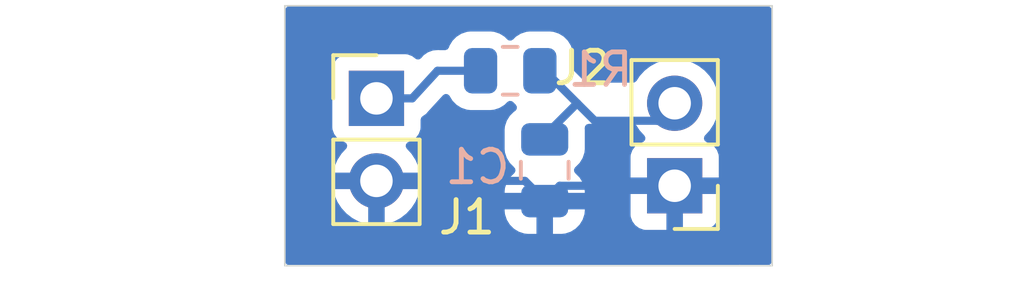
<source format=kicad_pcb>
(kicad_pcb (version 20240108) (generator "pcbnew") (generator_version "8.0")
  (layers (0 "F.Cu" signal) (31 "B.Cu" signal) (34 "B.Paste" user) (35 "F.Paste" user) (36 "B.SilkS" user "B.Silkscreen") (37 "F.SilkS" user "F.Silkscreen") (38 "B.Mask" user) (39 "F.Mask" user) (44 "Edge.Cuts" user))
  (net 0 "")
  (net 1 "GND")
  (net 2 "Net-(J2-Pin_2)")
  (net 3 "Net-(J1-Pin_1)")
  (footprint "Connector_PinHeader_2.54mm:PinHeader_1x02_P2.54mm_Vertical" (layer "F.Cu") (at 167 77.54 180)
    (property "Reference" "J2" (at 2.8398 3.626 0) (layer "F.SilkS"))
    (property "Value" "Conn_01x02_Male")
    (fp_line (start 1.33 1.27) (end 1.33 3.87) (stroke (width 0.12)) (layer "F.SilkS"))
    (fp_line (start -1.33 3.87) (end 1.33 3.87) (stroke (width 0.12)) (layer "F.SilkS"))
    (fp_line (start -1.33 1.27) (end 1.33 1.27) (stroke (width 0.12)) (layer "F.SilkS"))
    (fp_line (start -1.33 1.27) (end -1.33 3.87) (stroke (width 0.12)) (layer "F.SilkS"))
    (fp_line (start -1.33 0) (end -1.33 -1.33) (stroke (width 0.12)) (layer "F.SilkS"))
    (fp_line (start -1.33 -1.33) (end 0 -1.33) (stroke (width 0.12)) (layer "F.SilkS"))
    (pad "1" thru_hole rect (at 0 0 180) (size 1.7 1.7) (drill 1) (layers "*.Cu" "*.Mask") (net 1 "GND"))
    (pad "2" thru_hole oval (at 0 2.54 180) (size 1.7 1.7) (drill 1) (layers "*.Cu" "*.Mask") (net 2 "Net-(J2-Pin_2)"))
  )
  (footprint "Connector_PinHeader_2.54mm:PinHeader_1x02_P2.54mm_Vertical" (layer "F.Cu") (at 157.82 74.85)
    (property "Reference" "J1" (at 2.7842 3.6614 0) (layer "F.SilkS"))
    (property "Value" "Conn_01x02_Male")
    (fp_line (start -1.33 -1.33) (end 0 -1.33) (stroke (width 0.12)) (layer "F.SilkS"))
    (fp_line (start -1.33 0) (end -1.33 -1.33) (stroke (width 0.12)) (layer "F.SilkS"))
    (fp_line (start -1.33 1.27) (end -1.33 3.87) (stroke (width 0.12)) (layer "F.SilkS"))
    (fp_line (start -1.33 1.27) (end 1.33 1.27) (stroke (width 0.12)) (layer "F.SilkS"))
    (fp_line (start -1.33 3.87) (end 1.33 3.87) (stroke (width 0.12)) (layer "F.SilkS"))
    (fp_line (start 1.33 1.27) (end 1.33 3.87) (stroke (width 0.12)) (layer "F.SilkS"))
    (pad "1" thru_hole rect (at 0 0) (size 1.7 1.7) (drill 1) (layers "*.Cu" "*.Mask") (net 3 "Net-(J1-Pin_1)"))
    (pad "2" thru_hole oval (at 0 2.54) (size 1.7 1.7) (drill 1) (layers "*.Cu" "*.Mask") (net 1 "GND"))
  )
  (footprint "Capacitor_SMD:C_0805_2012Metric" (layer "B.Cu") (at 163 77.0625 -90)
    (property "Reference" "C1" (at -0.1005 2.0656 0) (layer "B.SilkS") (effects (justify mirror)))
    (property "Value" "C")
    (fp_line (start 0.261252 0.735) (end -0.261252 0.735) (stroke (width 0.12)) (layer "B.SilkS"))
    (fp_line (start 0.261252 -0.735) (end -0.261252 -0.735) (stroke (width 0.12)) (layer "B.SilkS"))
    (pad "1" smd roundrect (at -0.95 0 270) (size 1 1.45) (layers "B.Cu" "B.Paste" "B.Mask") (net 2 "Net-(J2-Pin_2)"))
    (pad "2" smd roundrect (at 0.95 0 270) (size 1 1.45) (layers "B.Cu" "B.Paste" "B.Mask") (net 1 "GND"))
  )
  (footprint "Resistor_SMD:R_0805_2012Metric" (layer "B.Cu") (at 161.9375 74 180)
    (property "Reference" "R1" (at -2.7815 0.0352 0) (layer "B.SilkS") (effects (justify mirror)))
    (property "Value" "R")
    (fp_line (start 0.227064 0.735) (end -0.227064 0.735) (stroke (width 0.12)) (layer "B.SilkS"))
    (fp_line (start 0.227064 -0.735) (end -0.227064 -0.735) (stroke (width 0.12)) (layer "B.SilkS"))
    (pad "1" smd roundrect (at -0.9125 0 180) (size 1.025 1.4) (layers "B.Cu" "B.Paste" "B.Mask") (roundrect_rratio 0.243902) (net 2 "Net-(J2-Pin_2)"))
    (pad "2" smd roundrect (at 0.9125 0 180) (size 1.025 1.4) (layers "B.Cu" "B.Paste" "B.Mask") (roundrect_rratio 0.243902) (net 3 "Net-(J1-Pin_1)"))
  )
  (gr_line (start 170 80) (end 169 80) (stroke (width 0.05)) (layer "Edge.Cuts"))
  (gr_line (start 170 72) (end 170 80) (stroke (width 0.05)) (layer "Edge.Cuts"))
  (gr_line (start 155 80) (end 155 72) (stroke (width 0.05)) (layer "Edge.Cuts"))
  (gr_line (start 169 80) (end 155 80) (stroke (width 0.05)) (layer "Edge.Cuts"))
  (gr_line (start 155 72) (end 170 72) (stroke (width 0.05)) (layer "Edge.Cuts"))
  (segment (start 167 77.54) (end 163.46 77.54) (width 0.25) (layer "B.Cu") (net 1))
  (segment (start 157.82 77.39) (end 162.39 77.39) (width 0.25) (layer "B.Cu") (net 1))
  (segment (start 163.46 77.54) (end 163 78) (width 0.25) (layer "B.Cu") (net 1))
  (segment (start 162.39 77.39) (end 163 78) (width 0.25) (layer "B.Cu") (net 1))
  (segment (start 167 75) (end 166.4604 75.5396) (width 0.25) (layer "B.Cu") (net 2))
  (segment (start 164.5396 75.5396) (end 164 75) (width 0.25) (layer "B.Cu") (net 2))
  (segment (start 164 75) (end 163 74) (width 0.25) (layer "B.Cu") (net 2))
  (segment (start 166.4604 75.5396) (end 164.5396 75.5396) (width 0.25) (layer "B.Cu") (net 2))
  (segment (start 164 75) (end 163 76) (width 0.25) (layer "B.Cu") (net 2))
  (segment (start 157.82 74.85) (end 158.92 74.85) (width 0.25) (layer "B.Cu") (net 3))
  (segment (start 159.7 74) (end 161 74) (width 0.25) (layer "B.Cu") (net 3))
  (segment (start 158.92 74.85) (end 159.7 74) (width 0.25) (layer "B.Cu") (net 3))
  (zone (net 1) (net_name "GND") (layer "B.Cu") (connect_pads (clearance 0.508)) (min_thickness 0.254) (fill yes (thermal_gap 0.508) (thermal_bridge_width 0.508))
    (polygon (pts (xy 170 80) (xy 155 80) (xy 155 72) (xy 170 72)))
  )
)
</source>
